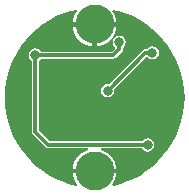
<source format=gbl>
G04*
G04 #@! TF.GenerationSoftware,Altium Limited,Altium Designer,20.1.12 (249)*
G04*
G04 Layer_Physical_Order=2*
G04 Layer_Color=16711680*
%FSLAX25Y25*%
%MOIN*%
G70*
G04*
G04 #@! TF.SameCoordinates,7D390CBD-A1CC-4F8B-97A9-56BF33994722*
G04*
G04*
G04 #@! TF.FilePolarity,Positive*
G04*
G01*
G75*
%ADD16C,0.12992*%
%ADD22C,0.01181*%
%ADD23C,0.03150*%
G36*
X-5722Y28918D02*
X-6085Y28475D01*
X-6762Y27210D01*
X-7178Y25837D01*
X-7241Y25197D01*
X7241D01*
X7178Y25837D01*
X6762Y27210D01*
X6085Y28475D01*
X5722Y28918D01*
X5999Y29369D01*
X7765Y28978D01*
X10261Y28191D01*
X12678Y27189D01*
X15000Y25981D01*
X17207Y24575D01*
X19284Y22981D01*
X21213Y21213D01*
X22981Y19284D01*
X24575Y17207D01*
X25981Y15000D01*
X27189Y12678D01*
X28191Y10261D01*
X28978Y7765D01*
X29544Y5209D01*
X29886Y2615D01*
X30000Y0D01*
X29886Y-2615D01*
X29544Y-5209D01*
X28978Y-7765D01*
X28191Y-10261D01*
X27189Y-12678D01*
X25981Y-15000D01*
X24575Y-17207D01*
X22981Y-19284D01*
X21213Y-21213D01*
X19284Y-22981D01*
X17207Y-24575D01*
X15000Y-25981D01*
X12678Y-27189D01*
X10261Y-28191D01*
X7765Y-28978D01*
X5999Y-29369D01*
X5722Y-28918D01*
X6085Y-28475D01*
X6762Y-27210D01*
X7178Y-25837D01*
X7241Y-25197D01*
X-7241D01*
X-7178Y-25837D01*
X-6762Y-27210D01*
X-6085Y-28475D01*
X-5722Y-28918D01*
X-5999Y-29369D01*
X-7765Y-28978D01*
X-10261Y-28191D01*
X-12678Y-27189D01*
X-15000Y-25981D01*
X-17207Y-24575D01*
X-19284Y-22981D01*
X-21213Y-21213D01*
X-22981Y-19284D01*
X-24575Y-17207D01*
X-25981Y-15000D01*
X-27189Y-12678D01*
X-28191Y-10261D01*
X-28978Y-7765D01*
X-29544Y-5209D01*
X-29886Y-2615D01*
X-30000Y0D01*
X-29886Y2615D01*
X-29544Y5209D01*
X-28978Y7765D01*
X-28191Y10261D01*
X-27189Y12678D01*
X-25981Y15000D01*
X-24575Y17207D01*
X-22981Y19284D01*
X-21213Y21213D01*
X-19284Y22981D01*
X-17207Y24575D01*
X-15000Y25981D01*
X-12678Y27189D01*
X-10261Y28191D01*
X-7765Y28978D01*
X-5999Y29369D01*
X-5722Y28918D01*
D02*
G37*
%LPC*%
G36*
X7241Y23622D02*
X787D01*
Y17168D01*
X1428Y17231D01*
X2801Y17648D01*
X4066Y18324D01*
X5175Y19234D01*
X6085Y20343D01*
X6762Y21609D01*
X7178Y22982D01*
X7241Y23622D01*
D02*
G37*
G36*
X-787D02*
X-7241D01*
X-7178Y22982D01*
X-6762Y21609D01*
X-6085Y20343D01*
X-5175Y19234D01*
X-4066Y18324D01*
X-2801Y17648D01*
X-1428Y17231D01*
X-787Y17168D01*
Y23622D01*
D02*
G37*
G36*
X8268Y20712D02*
X7423Y20544D01*
X6707Y20065D01*
X6228Y19349D01*
X6060Y18504D01*
X6228Y17659D01*
X6707Y16943D01*
X6741Y16318D01*
X5800Y15378D01*
X-17886D01*
X-18124Y15734D01*
X-18840Y16213D01*
X-19685Y16381D01*
X-20530Y16213D01*
X-21246Y15734D01*
X-21725Y15018D01*
X-21893Y14173D01*
X-21725Y13328D01*
X-21246Y12612D01*
X-20889Y12374D01*
Y-11417D01*
X-20889Y-11417D01*
X-20798Y-11878D01*
X-20537Y-12269D01*
X-16206Y-16600D01*
X-16206Y-16600D01*
X-15815Y-16861D01*
X-15354Y-16952D01*
X-2230D01*
X-2156Y-17452D01*
X-2801Y-17648D01*
X-4066Y-18324D01*
X-5175Y-19234D01*
X-6085Y-20343D01*
X-6762Y-21609D01*
X-7178Y-22982D01*
X-7241Y-23622D01*
X7241D01*
X7178Y-22982D01*
X6762Y-21609D01*
X6085Y-20343D01*
X5175Y-19234D01*
X4066Y-18324D01*
X2801Y-17648D01*
X2156Y-17452D01*
X2230Y-16952D01*
X15917D01*
X16155Y-17309D01*
X16872Y-17788D01*
X17717Y-17956D01*
X18561Y-17788D01*
X19278Y-17309D01*
X19756Y-16593D01*
X19924Y-15748D01*
X19756Y-14903D01*
X19278Y-14187D01*
X18561Y-13708D01*
X17717Y-13540D01*
X16872Y-13708D01*
X16155Y-14187D01*
X15917Y-14544D01*
X-14855D01*
X-18481Y-10919D01*
Y12374D01*
X-18124Y12612D01*
X-17886Y12969D01*
X6299D01*
X6299Y12969D01*
X6760Y13061D01*
X7151Y13322D01*
X9115Y15286D01*
X9115Y15286D01*
X9376Y15677D01*
X9468Y16138D01*
X9468Y16138D01*
Y16702D01*
X9829Y16943D01*
X10307Y17659D01*
X10475Y18504D01*
X10307Y19349D01*
X9829Y20065D01*
X9113Y20544D01*
X8268Y20712D01*
D02*
G37*
G36*
X19291Y17168D02*
X18447Y17000D01*
X17730Y16522D01*
X17492Y16165D01*
X16929D01*
X16468Y16073D01*
X16078Y15812D01*
X4752Y4486D01*
X4331Y4570D01*
X3486Y4402D01*
X2770Y3923D01*
X2291Y3207D01*
X2123Y2362D01*
X2291Y1517D01*
X2770Y801D01*
X3486Y323D01*
X4331Y154D01*
X5176Y323D01*
X5892Y801D01*
X6370Y1517D01*
X6538Y2362D01*
X6455Y2783D01*
X17106Y13434D01*
X17730Y13399D01*
X18447Y12921D01*
X19291Y12753D01*
X20136Y12921D01*
X20853Y13399D01*
X21331Y14116D01*
X21499Y14961D01*
X21331Y15805D01*
X20853Y16522D01*
X20136Y17000D01*
X19291Y17168D01*
D02*
G37*
%LPD*%
D16*
X0Y-24409D02*
D03*
Y24409D02*
D03*
D22*
X4331Y2362D02*
X16929Y14961D01*
X19291D01*
X-19685Y-11417D02*
Y14173D01*
X6299D01*
X-15354Y-15748D02*
X17717D01*
X-19685Y-11417D02*
X-15354Y-15748D01*
X6299Y14173D02*
X8264Y16138D01*
Y18500D02*
X8268Y18504D01*
X8264Y16138D02*
Y18500D01*
D23*
X19291Y14961D02*
D03*
X-19685Y14173D02*
D03*
X4331Y2362D02*
D03*
X17717Y-15748D02*
D03*
X8268Y18504D02*
D03*
M02*

</source>
